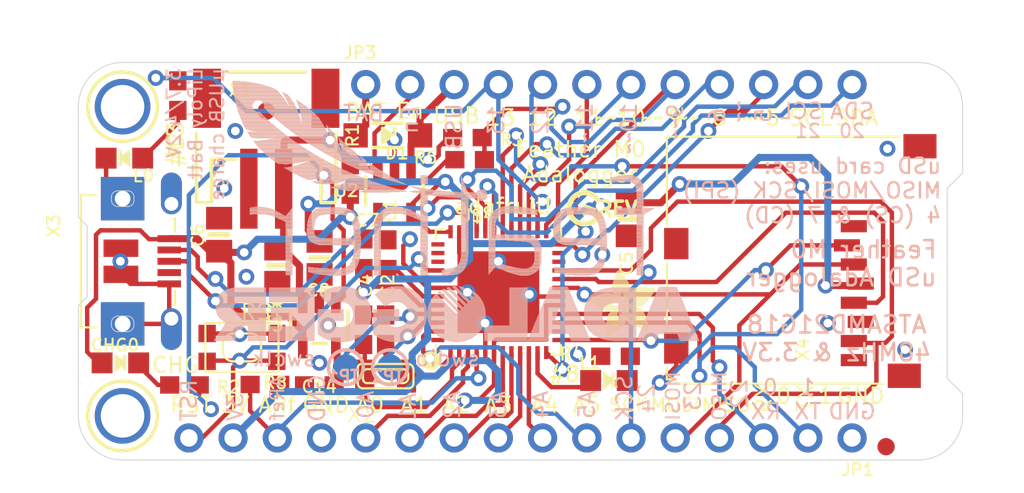
<source format=kicad_pcb>
(kicad_pcb (version 20211014) (generator pcbnew)
  (layers (0 "F.Cu" signal) (31 "B.Cu" signal) (34 "B.Paste" user) (35 "F.Paste" user) (36 "B.SilkS" user "B.Silkscreen") (37 "F.SilkS" user "F.Silkscreen") (38 "B.Mask" user) (39 "F.Mask" user) (44 "Edge.Cuts" user))
  (net 0 "")
  (net 1 "GND")
  (net 2 "MOSI")
  (net 3 "MISO")
  (net 4 "SCK")
  (net 5 "A5")
  (net 6 "A4")
  (net 7 "A3")
  (net 8 "A2")
  (net 9 "A1")
  (net 10 "D11")
  (net 11 "D12")
  (net 12 "+3V3")
  (net 13 "VBUS")
  (net 14 "VBAT")
  (net 15 "N$2")
  (net 16 "AREF")
  (net 17 "D13")
  (net 18 "A0")
  (net 19 "N$1")
  (net 20 "N$3")
  (net 21 "N$4")
  (net 22 "VDDCORE")
  (net 23 "SCL")
  (net 24 "SDA")
  (net 25 "D9")
  (net 26 "D8")
  (net 27 "D7")
  (net 28 "D6")
  (net 29 "D5")
  (net 30 "D1")
  (net 31 "D0")
  (net 32 "D10")
  (net 33 "D+")
  (net 34 "D-")
  (net 35 "~{RESET}")
  (net 36 "SWCLK")
  (net 37 "SWDIO")
  (net 38 "N$5")
  (net 39 "N$7")
  (net 40 "EN")
  (net 41 "D3")
  (net 42 "D2")
  (net 43 "SD_CS")
  (net 44 "N$6")
  (footprint "boardEagle:SOD-123" (layer "F.Cu") (at 140.8811 97.7646 180)
    (fp_text reference "D1")
    (fp_text value "MBR120")
  )
  (footprint "boardEagle:FIDUCIAL_1MM" (layer "F.Cu") (at 169.5033 115.6646 -90)
    (fp_text reference "U$35" hide)
    (fp_text value "FIDUCIAL\"\"" hide)
  )
  (footprint "boardEagle:0805-NO" (layer "F.Cu") (at 154.7241 102.5906 -90)
    (fp_text reference "C5")
    (fp_text value "10uF")
  )
  (footprint "boardEagle:MICROSD" (layer "F.Cu") (at 157.0101 111.9886 90)
    (fp_text reference "X4")
    (fp_text value "microsd")
  )
  (footprint "boardEagle:SOT23-5" (layer "F.Cu") (at 136.9441 108.6866 180)
    (fp_text reference "U3")
    (fp_text value "MCP73831T-2ACI/OT")
  )
  (footprint "boardEagle:MOUNTINGHOLE_2.5_PLATED" (layer "F.Cu") (at 125.6411 96.1136 -90)
    (fp_text reference "U$31" hide)
    (fp_text value "MOUNTINGHOLE2.5" hide)
  )
  (footprint "boardEagle:0603-NO" (layer "F.Cu") (at 153.9621 110.4646 180)
    (fp_text reference "R4")
    (fp_text value "1K")
  )
  (footprint "" (layer "F.Cu") (at 171.3611 96.1136)
    (fp_text reference "@HOLE0" hide)
    (fp_text value "")
  )
  (footprint "boardEagle:PCBFEAT-REV-040" (layer "F.Cu") (at 152.1841 101.9556)
    (fp_text reference "U$9" hide)
    (fp_text value "" hide)
  )
  (footprint "boardEagle:0603-NO" (layer "F.Cu") (at 129.1971 112.1156)
    (fp_text reference "R2")
    (fp_text value "1K")
  )
  (footprint "boardEagle:0603-NO" (layer "F.Cu") (at 139.5011 104.5716 90)
    (fp_text reference "C7")
    (fp_text value "1uF")
  )
  (footprint "boardEagle:CHIPLED_0805_NOOUTLINE" (layer "F.Cu") (at 153.5811 111.8616 -90)
    (fp_text reference "L1")
    (fp_text value "GREEN")
  )
  (footprint "boardEagle:0805-NO" (layer "F.Cu") (at 131.1891 103.4746 90)
    (fp_text reference "C6")
    (fp_text value "10µF")
  )
  (footprint "boardEagle:XTAL3215" (layer "F.Cu") (at 140.7541 111.6076)
    (fp_text reference "X2")
    (fp_text value "32.768")
  )
  (footprint "boardEagle:0603-NO" (layer "F.Cu") (at 138.7221 100.3046 90)
    (fp_text reference "R1")
    (fp_text value "100k")
  )
  (footprint "boardEagle:CHIPLED_0805_NOOUTLINE" (layer "F.Cu") (at 125.5141 110.8456 -90)
    (fp_text reference "CHG0")
    (fp_text value "ORANGE")
  )
  (footprint "boardEagle:0603-NO" (layer "F.Cu") (at 136.9441 112.1156 180)
    (fp_text reference "R8")
    (fp_text value "10K\\")
  )
  (footprint "boardEagle:1X16_ROUND" (layer "F.Cu") (at 148.5011 115.1636 180)
    (fp_text reference "JP1")
    (fp_text value "")
  )
  (footprint "boardEagle:0805-NO" (layer "F.Cu") (at 134.5311 105.2576 -90)
    (fp_text reference "C3")
    (fp_text value "10µF")
  )
  (footprint "boardEagle:KMR2" (layer "F.Cu") (at 132.4991 109.9566 180)
    (fp_text reference "SW1" hide)
    (fp_text value "SPST_TACT-KMR2" hide)
  )
  (footprint "boardEagle:0603-NO" (layer "F.Cu") (at 139.4841 108.9406 90)
    (fp_text reference "C4")
    (fp_text value "22pF")
  )
  (footprint "boardEagle:0603-NO" (layer "F.Cu") (at 140.7541 108.9406 90)
    (fp_text reference "C2")
    (fp_text value "22pF")
  )
  (footprint "boardEagle:4UCONN_20329_V2" (layer "F.Cu") (at 127.5461 105.0036 -90)
    (fp_text reference "X3")
    (fp_text value "microUSB")
    (fp_line (start -3.7 1.25) (end -3.5 1.25) (layer "Edge.Cuts") (width 0.05))
    (fp_line (start -3.15 1.6) (end -3.15 2.15) (layer "Edge.Cuts") (width 0.05))
    (fp_line (start 3.15 2.2) (end 3.15 1.6) (layer "Edge.Cuts") (width 0.05))
    (fp_line (start -3.5 2.55) (end -3.7 2.55) (layer "Edge.Cuts") (width 0.05))
    (fp_line (start -4.05 2.15) (end -4.05 1.6) (layer "Edge.Cuts") (width 0.05))
    (fp_line (start 4.05 1.6) (end 4.05 2.2) (layer "Edge.Cuts") (width 0.05))
    (fp_arc (start -4.05 1.6) (mid -3.947487 1.352513) (end -3.7 1.25) (layer "Edge.Cuts") (width 0.05))
    (fp_arc (start -3.7 2.55) (mid -3.957843 2.422487) (end -4.05 2.15) (layer "Edge.Cuts") (width 0.05))
    (fp_arc (start -3.5 1.25) (mid -3.252513 1.352513) (end -3.15 1.6) (layer "Edge.Cuts") (width 0.05))
    (fp_arc (start -3.15 2.15) (mid -3.242157 2.422487) (end -3.5 2.55) (layer "Edge.Cuts") (width 0.05))
    (fp_arc (start 4.05 2.2) (mid 3.897487 2.468198) (end 3.6 2.55) (layer "Edge.Cuts") (width 0.05))
    (fp_arc (start 3.6 2.55) (mid 3.302513 2.468198) (end 3.15 2.2) (layer "Edge.Cuts") (width 0.05))
    (fp_arc (start 3.6 1.25) (mid 3.897487 1.331802) (end 4.05 1.6) (layer "Edge.Cuts") (width 0.05))
    (fp_arc (start 3.15 1.6) (mid 3.302513 1.331802) (end 3.6 1.25) (layer "Edge.Cuts") (width 0.05))
  )
  (footprint "boardEagle:0805-NO" (layer "F.Cu") (at 136.9591 104.8096 -90)
    (fp_text reference "C8")
    (fp_text value "10µF")
  )
  (footprint "boardEagle:0603-NO" (layer "F.Cu") (at 133.8199 112.089007)
    (fp_text reference "C14")
    (fp_text value "1uF")
  )
  (footprint "boardEagle:CHIPLED_0805_NOOUTLINE" (layer "F.Cu") (at 125.7461 99.0746 90)
    (fp_text reference "L0")
    (fp_text value "RED")
  )
  (footprint "boardEagle:0603-NO" (layer "F.Cu") (at 128.8161 95.4786 -90)
    (fp_text reference "R7")
    (fp_text value "2.2K")
  )
  (footprint "" (layer "F.Cu") (at 171.3611 113.8936)
    (fp_text reference "@HOLE1" hide)
    (fp_text value "")
  )
  (footprint "boardEagle:1X12_ROUND" (layer "F.Cu") (at 153.5811 94.8436)
    (fp_text reference "JP3")
    (fp_text value "")
  )
  (footprint "boardEagle:0603-NO" (layer "F.Cu") (at 140.8811 104.6226 90)
    (fp_text reference "C1")
    (fp_text value "1uF")
  )
  (footprint "boardEagle:SOT23-5" (layer "F.Cu") (at 141.2621 100.9396 180)
    (fp_text reference "U2")
    (fp_text value "SPX3819-3.3")
  )
  (footprint "boardEagle:MOUNTINGHOLE_2.5_PLATED" (layer "F.Cu") (at 125.6411 113.8936 -90)
    (fp_text reference "U$32" hide)
    (fp_text value "MOUNTINGHOLE2.5" hide)
  )
  (footprint "boardEagle:JSTPH2" (layer "F.Cu") (at 133.8961 97.1296)
    (fp_text reference "X1")
    (fp_text value "JSTPH")
  )
  (footprint "boardEagle:TQFN48_7MM" (layer "F.Cu") (at 147.2311 106.7816)
    (fp_text reference "U$4")
    (fp_text value "ATSAMD21G18_QFN")
  )
  (footprint "boardEagle:ADAFRUIT_3.5MM" (layer "F.Cu") (at 156.2481 109.3216 90)
    (fp_text reference "U$7" hide)
    (fp_text value "" hide)
  )
  (footprint "boardEagle:FIDUCIAL_1MM" (layer "F.Cu") (at 133.8961 96.3676 -90)
    (fp_text reference "U$34" hide)
    (fp_text value "FIDUCIAL\"\"" hide)
  )
  (footprint "boardEagle:0603-NO" (layer "F.Cu") (at 145.5801 99.1616 180)
    (fp_text reference "R6")
    (fp_text value "100K")
  )
  (footprint "boardEagle:0603-NO" (layer "F.Cu") (at 145.4531 97.8916)
    (fp_text reference "R3")
    (fp_text value "100k")
  )
  (footprint "boardEagle:TESTPOINT_ROUND_1.5MM" (layer "B.Cu") (at 141.0081 111.0996 180)
    (fp_text reference "TP2")
    (fp_text value "")
  )
  (footprint "boardEagle:ADALOGGER_LOGO" (layer "B.Cu") (at 158.7881 109.7026 180)
    (fp_text reference "U$14" hide)
    (fp_text value "" hide)
  )
  (footprint "boardEagle:TESTPOINT_ROUND_1.5MM" (layer "B.Cu") (at 138.4681 111.0996 180)
    (fp_text reference "TP1")
    (fp_text value "")
  )
  (footprint "boardEagle:FEATHERLOGO" (layer "B.Cu") (at 156.2481 105.8926 180)
    (fp_text reference "U$13" hide)
    (fp_text value "" hide)
  )
  (gr_arc (start 171.3611 93.5736) (mid 173.157151 94.317549) (end 173.9011 96.1136) (layer "Edge.Cuts") (width 0.05))
  (gr_line (start 173.0121 111.7346) (end 173.0121 100.8126) (layer "Edge.Cuts") (width 0.05))
  (gr_line (start 123.1011 102.4636) (end 123.6091 102.9716) (layer "Edge.Cuts") (width 0.05))
  (gr_line (start 123.6091 107.0356) (end 123.1011 107.5436) (layer "Edge.Cuts") (width 0.05))
  (gr_line (start 173.9011 99.9236) (end 173.9011 96.1136) (layer "Edge.Cuts") (width 0.05))
  (gr_line (start 125.6411 116.4336) (end 171.3611 116.4336) (layer "Edge.Cuts") (width 0.05))
  (gr_line (start 171.3611 93.5736) (end 125.6411 93.5736) (layer "Edge.Cuts") (width 0.05))
  (gr_line (start 123.1011 96.1136) (end 123.1011 102.4636) (layer "Edge.Cuts") (width 0.05))
  (gr_line (start 123.6091 102.9716) (end 123.6091 107.0356) (layer "Edge.Cuts") (width 0.05))
  (gr_line (start 173.9011 113.8936) (end 173.9011 112.6236) (layer "Edge.Cuts") (width 0.05))
  (gr_line (start 173.0121 100.8126) (end 173.9011 99.9236) (layer "Edge.Cuts") (width 0.05))
  (gr_arc (start 123.1011 96.1136) (mid 123.845049 94.317549) (end 125.6411 93.5736) (layer "Edge.Cuts") (width 0.05))
  (gr_arc (start 173.9011 113.8936) (mid 173.157151 115.689651) (end 171.3611 116.4336) (layer "Edge.Cuts") (width 0.05))
  (gr_line (start 173.9011 112.6236) (end 173.0121 111.7346) (layer "Edge.Cuts") (width 0.05))
  (gr_arc (start 125.6411 116.4336) (mid 123.845049 115.689651) (end 123.1011 113.8936) (layer "Edge.Cuts") (width 0.05))
  (gr_line (start 123.1011 107.5436) (end 123.1011 113.8936) (layer "Edge.Cuts") (width 0.05))
  (gr_text "3.7/4.2V\nLiPoly Batt\nµUSB charge" (at 129.8321 93.8276 -270) (layer "B.SilkS") (effects (font (size 0.77343 0.77343) (thickness 0.11557)) (justify left mirror)))
  (gr_text "24" (at 155.7401 112.8776 -270) (layer "B.SilkS") (effects (font (size 0.89408 0.89408) (thickness 0.12192)) (justify mirror)))
  (gr_text "0" (at 162.8521 112.2426) (layer "B.SilkS") (effects (font (size 0.89408 0.89408) (thickness 0.12192)) (justify mirror)))
  (gr_text "Feather M0\nuSD Adalogger" (at 172.5041 105.1306) (layer "B.SilkS") (effects (font (size 0.99441 0.99441) (thickness 0.14859)) (justify left mirror)))
  (gr_text "RX" (at 162.5981 113.6396) (layer "B.SilkS") (effects (font (size 0.89408 0.89408) (thickness 0.12192)) (justify mirror)))
  (gr_text "A3" (at 147.2311 113.2586 -270) (layer "B.SilkS") (effects (font (size 0.89408 0.89408) (thickness 0.12192)) (justify mirror)))
  (gr_text "swclk" (at 134.9121 110.5916) (layer "B.SilkS") (effects (font (size 0.89408 0.89408) (thickness 0.12192)) (justify mirror)))
  (gr_text "BAT" (at 139.4841 96.4946) (layer "B.SilkS") (effects (font (size 0.89408 0.89408) (thickness 0.12192)) (justify mirror)))
  (gr_text "SDA" (at 167.5511 96.3676) (layer "B.SilkS") (effects (font (size 0.89408 0.89408) (thickness 0.12192)) (justify mirror)))
  (gr_text "6" (at 159.8041 96.6216 -270) (layer "B.SilkS") (effects (font (size 0.89408 0.89408) (thickness 0.12192)) (justify mirror)))
  (gr_text "ARef" (at 134.5311 112.8776 -270) (layer "B.SilkS") (effects (font (size 0.78232 0.78232) (thickness 0.10668)) (justify mirror)))
  (gr_text "9~~" (at 157.3911 97.0026 -270) (layer "B.SilkS") (effects (font (size 0.89408 0.89408) (thickness 0.12192)) (justify mirror)))
  (gr_text "SCK" (at 154.4701 112.8776 -270) (layer "B.SilkS") (effects (font (size 0.89408 0.89408) (thickness 0.12192)) (justify mirror)))
  (gr_text "En" (at 142.1511 96.8756 -270) (layer "B.SilkS") (effects (font (size 0.89408 0.89408) (thickness 0.12192)) (justify mirror)))
  (gr_text "ATSAMD21G18\n48MHz & 3.3V" (at 166.6621 109.4486) (layer "B.SilkS") (effects (font (size 0.99441 0.99441) (thickness 0.14859)) (justify mirror)))
  (gr_text "swdio" (at 144.3101 110.5916) (layer "B.SilkS") (effects (font (size 0.89408 0.89408) (thickness 0.12192)) (justify mirror)))
  (gr_text "5" (at 162.4711 96.6216 -270) (layer "B.SilkS") (effects (font (size 0.89408 0.89408) (thickness 0.12192)) (justify mirror)))
  (gr_text "13" (at 147.1041 96.8756 -270) (layer "B.SilkS") (effects (font (size 0.89408 0.89408) (thickness 0.12192)) (justify mirror)))
  (gr_text "A2" (at 144.5641 113.2586 -270) (layer "B.SilkS") (effects (font (size 0.89408 0.89408) (thickness 0.12192)) (justify mirror)))
  (gr_text "22" (at 161.0741 112.6236 -270) (layer "B.SilkS") (effects (font (size 0.89408 0.89408) (thickness 0.12192)) (justify mirror)))
  (gr_text "1" (at 165.0111 112.2426) (layer "B.SilkS") (effects (font (size 0.89408 0.89408) (thickness 0.12192)) (justify mirror)))
  (gr_text "TX" (at 165.0111 113.6396) (layer "B.SilkS") (effects (font (size 0.89408 0.89408) (thickness 0.12192)) (justify mirror)))
  (gr_text "3V" (at 132.1181 113.3856 -270) (layer "B.SilkS") (effects (font (size 0.89408 0.89408) (thickness 0.12192)) (justify mirror)))
  (gr_text "MISO" (at 159.9311 112.7506 -270) (layer "B.SilkS") (effects (font (size 0.78232 0.78232) (thickness 0.10668)) (justify mirror)))
  (gr_text "uSD card uses:\nMISO/MOSI/SCK (SPI)\n4 (CS) & 7 (CD)" (at 172.7581 100.9396) (layer "B.SilkS") (effects (font (size 0.88392 0.88392) (thickness 0.13208)) (justify left mirror)))
  (gr_text "10~~" (at 154.7241 97.3836 -270) (layer "B.SilkS") (effects (font (size 0.89408 0.89408) (thickness 0.12192)) (justify mirror)))
  (gr_text "11~~" (at 152.1841 97.3836 -270) (layer "B.SilkS") (effects (font (size 0.89408 0.89408) (thickness 0.12192)) (justify mirror)))
  (gr_text "~~" (at 161.0741 96.3676 -90) (layer "B.SilkS") (effects (font (size 0.89408 0.89408) (thickness 0.12192)) (justify mirror)))
  (gr_text "A0" (at 139.6111 113.2586 -270) (layer "B.SilkS") (effects (font (size 0.89408 0.89408) (thickness 0.12192)) (justify mirror)))
  (gr_text "A1" (at 142.0241 113.3856 -270) (layer "B.SilkS") (effects (font (size 0.89408 0.89408) (thickness 0.12192)) (justify mirror)))
  (gr_text "USB" (at 144.6911 97.2566 -270) (layer "B.SilkS") (effects (font (size 0.89408 0.89408) (thickness 0.12192)) (justify mirror)))
  (gr_text "RST" (at 129.4511 113.0046 -270) (layer "B.SilkS") (effects (font (size 0.89408 0.89408) (thickness 0.12192)) (justify mirror)))
  (gr_text "GND" (at 136.8171 112.8776 -270) (layer "B.SilkS") (effects (font (size 0.89408 0.89408) (thickness 0.12192)) (justify mirror)))
  (gr_text "A5" (at 152.3111 113.2586 -270) (layer "B.SilkS") (effects (font (size 0.89408 0.89408) (thickness 0.12192)) (justify mirror)))
  (gr_text "21" (at 165.0111 97.5106) (layer "B.SilkS") (effects (font (size 0.78232 0.78232) (thickness 0.10668)) (justify mirror)))
  (gr_text "20" (at 167.5511 97.5106) (layer "B.SilkS") (effects (font (size 0.78232 0.78232) (thickness 0.10668)) (justify mirror)))
  (gr_text "12" (at 149.6441 96.8756 -270) (layer "B.SilkS") (effects (font (size 0.89408 0.89408) (thickness 0.12192)) (justify mirror)))
  (gr_text "SCL" (at 164.6301 96.3676) (layer "B.SilkS") (effects (font (size 0.89408 0.89408) (thickness 0.12192)) (justify mirror)))
  (gr_text "23" (at 158.4071 112.7506 -270) (layer "B.SilkS") (effects (font (size 0.89408 0.89408) (thickness 0.12192)) (justify mirror)))
  (gr_text "A4" (at 149.6441 113.2586 -270) (layer "B.SilkS") (effects (font (size 0.89408 0.89408) (thickness 0.12192)) (justify mirror)))
  (gr_text "GND" (at 167.5511 113.6396) (layer "B.SilkS") (effects (font (size 0.89408 0.89408) (thickness 0.12192)) (justify mirror)))
  (gr_text "MOSI" (at 157.2641 112.7506 -270) (layer "B.SilkS") (effects (font (size 0.78232 0.78232) (thickness 0.10668)) (justify mirror)))
  (gr_text "GND" (at 168.0591 112.7506) (layer "F.SilkS") (effects (font (size 0.89408 0.89408) (thickness 0.12192))))
  (gr_text "~~" (at 153.4541 96.7486) (layer "F.SilkS") (effects (font (size 0.89408 0.89408) (thickness 0.12192))))
  (gr_text "A2" (at 144.8181 113.2586) (layer "F.SilkS") (effects (font (size 0.89408 0.89408) (thickness 0.12192))))
  (gr_text "En" (at 142.1511 96.3676) (layer "F.SilkS") (effects (font (size 0.89408 0.89408) (thickness 0.12192))))
  (gr_text "A3" (at 147.2311 113.2586) (layer "F.SilkS") (effects (font (size 0.89408 0.89408) (thickness 0.12192))))
  (gr_text "3V" (at 132.1181 113.2586) (layer "F.SilkS") (effects (font (size 0.89408 0.89408) (thickness 0.12192))))
  (gr_text "MISO" (at 160.3121 113.2586) (layer "F.SilkS") (effects (font (size 0.78232 0.78232) (thickness 0.10668))))
  (gr_text "9" (at 157.3911 96.7486) (layer "F.SilkS") (effects (font (size 0.89408 0.89408) (thickness 0.12192))))
  (gr_text "#13" (at 128.6891 98.2726 90) (layer "F.SilkS") (effects (font (size 0.89408 0.89408) (thickness 0.12192))))
  (gr_text "GND" (at 137.3251 113.2586) (layer "F.SilkS") (effects (font (size 0.89408 0.89408) (thickness 0.12192))))
  (gr_text "11" (at 152.4381 96.7486) (layer "F.SilkS") (effects (font (size 0.89408 0.89408) (thickness 0.12192))))
  (gr_text "RST" (at 133.6421 107.9246) (layer "F.SilkS") (effects (font (size 0.89408 0.89408) (thickness 0.12192))))
  (gr_text "USB" (at 144.8181 96.6216) (layer "F.SilkS") (effects (font (size 0.89408 0.89408) (thickness 0.12192))))
  (gr_text "1" (at 166.0271 112.7506) (layer "F.SilkS") (effects (font (size 0.89408 0.89408) (thickness 0.12192))))
  (gr_text "~~" (at 158.1531 96.7486) (layer "F.SilkS") (effects (font (size 0.89408 0.89408) (thickness 0.12192))))
  (gr_text "6" (at 159.9311 96.7486) (layer "F.SilkS") (effects (font (size 0.89408 0.89408) (thickness 0.12192))))
  (gr_text "TX" (at 164.8841 112.8776 90) (layer "F.SilkS") (effects (font (size 0.89408 0.89408) (thickness 0.12192))))
  (gr_text "0" (at 163.6141 112.7506) (layer "F.SilkS") (effects (font (size 0.89408 0.89408) (thickness 0.12192))))
  (gr_text "A1" (at 142.4051 113.2586) (layer "F.SilkS") (effects (font (size 0.89408 0.89408) (thickness 0.12192))))
  (gr_text "13" (at 147.3581 96.7486) (layer "F.SilkS") (effects (font (size 0.89408 0.89408) (thickness 0.12192))))
  (gr_text "Feather M0\nAdalogger" (at 151.9301 99.2886) (layer "F.SilkS") (effects (font (size 0.89408 0.89408) (thickness 0.12192))))
  (gr_text "MOSI" (at 157.3911 113.2586) (layer "F.SilkS") (effects (font (size 0.78232 0.78232) (thickness 0.10668))))
  (gr_text "ARf" (at 134.5311 113.2586) (layer "F.SilkS") (effects (font (size 0.89408 0.89408) (thickness 0.12192))))
  (gr_text "adafruit!" (at 147.4851 101.8286) (layer "F.SilkS") (effects (font (size 0.88392 0.88392) (thickness 0.13208))))
  (gr_text "BAT" (at 139.6111 96.3676) (layer "F.SilkS") (effects (font (size 0.89408 0.89408) (thickness 0.12192))))
  (gr_text "RX" (at 162.4711 112.8776 90) (layer "F.SilkS") (effects (font (size 0.89408 0.89408) (thickness 0.12192))))
  (gr_text "SCL" (at 165.1381 96.7486) (layer "F.SilkS") (effects (font (size 0.89408 0.89408) (thickness 0.12192))))
  (gr_text "A0" (at 139.8651 113.2586) (layer "F.SilkS") (effects (font (size 0.89408 0.89408) (thickness 0.12192))))
  (gr_text "10" (at 154.8511 96.7486) (layer "F.SilkS") (effects (font (size 0.89408 0.89408) (thickness 0.12192))))
  (gr_text "~~" (at 156.1211 96.7486) (layer "F.SilkS") (effects (font (size 0.89408 0.89408) (thickness 0.12192))))
  (gr_text "RST" (at 129.5781 113.2586) (layer "F.SilkS") (effects (font (size 0.89408 0.89408) (thickness 0.12192))))
  (gr_text "A5" (at 152.3111 113.2586) (layer "F.SilkS") (effects (font (size 0.89408 0.89408) (thickness 0.12192))))
  (gr_text "SCK" (at 154.7241 113.2586) (layer "F.SilkS") (effects (font (size 0.78232 0.78232) (thickness 0.10668))))
  (gr_text "A4" (at 149.8981 113.2586) (layer "F.SilkS") (effects (font (size 0.89408 0.89408) (thickness 0.12192))))
  (gr_text "SDA" (at 167.8051 96.7486) (layer "F.SilkS") (effects (font (size 0.89408 0.89408) (thickness 0.12192))))
  (gr_text "12" (at 149.7711 96.7486) (layer "F.SilkS") (effects (font (size 0.89408 0.89408) (thickness 0.12192))))
  (gr_text "~~5" (at 162.3441 96.7486) (layer "F.SilkS") (effects (font (size 0.89408 0.89408) (thickness 0.12192))))
  (gr_text "CHG" (at 128.6891 110.9726) (layer "F.SilkS") (effects (font (size 0.89408 0.89408) (thickness 0.12192))))
  (gr_text "#8" (at 151.0411 111.4806) (layer "F.SilkS") (effects (font (size 0.88392 0.88392) (thickness 0.13208))))
  (segment (start 143.7561 106.5316) (end 143.1711 106.5316) (width 0.254) (layer "F.Cu") (net 1))
  (segment (start 128.3211 106.3036) (end 126.0961 106.3036) (width 0.254) (layer "F.Cu") (net 1))
  (segment (start 128.3211 108.1786) (end 128.4461 108.3036) (width 0.254) (layer "F.Cu") (net 1))
  (segment (start 134.4991 109.1566) (end 134.6201 109.1566) (width 0.254) (layer "F.Cu") (net 1))
  (segment (start 144.5641 99.1616) (end 144.7301 99.1616) (width 0.254) (layer "F.Cu") (net 1))
  (segment (start 144.9811 104.5316) (end 147.2311 106.7816) (width 0.254) (layer "F.Cu") (net 1))
  (segment (start 126.0961 106.3036) (end 125.5461 105.7536) (width 0.254) (layer "F.Cu") (net 1))
  (segment (start 128.3211 106.3036) (end 128.3211 108.1786) (width 0.254) (layer "F.Cu") (net 1))
  (segment (start 143.1711 106.5316) (end 141.7701 105.1306) (width 0.254) (layer "F.Cu") (net 1))
  (segment (start 147.4811 107.0316) (end 147.2311 106.7816) (width 0.254) (layer "F.Cu") (net 1))
  (segment (start 144.9811 103.3066) (end 144.9811 104.5316) (width 0.254) (layer "F.Cu") (net 1))
  (segment (start 125.6461 108.6036) (end 128.1461 108.6036) (width 0.254) (layer "F.Cu") (net 1))
  (segment (start 146.4811 107.5316) (end 147.2311 106.7816) (width 0.254) (layer "F.Cu") (net 1))
  (segment (start 141.7701 104.1146) (end 142.1511 103.7336) (width 0.254) (layer "F.Cu") (net 1))
  (segment (start 146.4691 107.5436) (end 146.4691 108.5596) (width 0.254) (layer "F.Cu") (net 1))
  (segment (start 150.7061 107.0316) (end 147.4811 107.0316) (width 0.254) (layer "F.Cu") (net 1))
  (segment (start 141.2621 99.6395) (end 141.2621 98.3996) (width 0.254) (layer "F.Cu") (net 1))
  (segment (start 124.6961 101.4036) (end 125.6461 101.4036) (width 0.254) (layer "F.Cu") (net 1))
  (segment (start 146.4811 110.2566) (end 146.4811 107.5316) (width 0.254) (layer "F.Cu") (net 1))
  (segment (start 141.7701 105.1306) (end 141.7701 104.1146) (width 0.254) (layer "F.Cu") (net 1))
  (segment (start 146.9811 106.5316) (end 147.2311 106.7816) (width 0.254) (layer "F.Cu") (net 1))
  (segment (start 140.7541 108.0906) (end 139.4841 108.0906) (width 0.254) (layer "F.Cu") (net 1))
  (segment (start 130.4991 109.1566) (end 134.4991 109.1566) (width 0.254) (layer "F.Cu") (net 1))
  (segment (start 124.6961 99.0746) (end 124.6961 101.4036) (width 0.254) (layer "F.Cu") (net 1))
  (segment (start 144.4371 99.0346) (end 143.1671 100.3046) (width 0.254) (layer "F.Cu") (net 1))
  (segment (start 146.4811 107.5316) (end 146.4691 107.5436) (width 0.254) (layer "F.Cu") (net 1))
  (segment (start 137.0711 105.7596) (end 136.9591 105.7596) (width 0.254) (layer "F.Cu") (net 1))
  (segment (start 143.7561 106.5316) (end 146.9811 106.5316) (width 0.254) (layer "F.Cu") (net 1))
  (segment (start 128.1461 108.6036) (end 128.4461 108.3036) (width 0.254) (layer "F.Cu") (net 1))
  (segment (start 143.1671 100.3046) (end 143.0401 100.3046) (width 0.254) (layer "F.Cu") (net 1))
  (segment (start 144.4371 99.0346) (end 144.5641 99.1616) (width 0.254) (layer "F.Cu") (net 1))
  (via (at 141.2621 98.0186) (size 0.9064) (drill 0.5) (layers "F.Cu" "B.Cu") (net 1))
  (via (at 166.1541 108.5596) (size 0.9064) (drill 0.5) (layers "F.Cu" "B.Cu") (net 1))
  (via (at 131.4831 100.8126) (size 0.9064) (drill 0.5) (layers "F.Cu" "B.Cu") (net 1))
  (via (at 153.2001 104.6226) (size 0.9064) (drill 0.5) (layers "F.Cu" "B.Cu") (net 1))
  (via (at 136.9441 110.8456) (size 0.9064) (drill 0.5) (layers "F.Cu" "B.Cu") (net 1))
  (via (at 169.5831 98.5266) (size 0.9064) (drill 0.5) (layers "F.Cu" "B.Cu") (net 1))
  (via (at 170.5991 110.0836) (size 0.9064) (drill 0.5) (layers "F.Cu" "B.Cu") (net 1))
  (via (at 132.1181 97.5106) (size 0.9064) (drill 0.5) (layers "F.Cu" "B.Cu") (net 1))
  (via (at 125.5141 105.0036) (size 0.9064) (drill 0.5) (layers "F.Cu" "B.Cu") (net 1))
  (via (at 132.7531 105.8926) (size 0.9064) (drill 0.5) (layers "F.Cu" "B.Cu") (net 1))
  (via (at 142.1511 103.7336) (size 0.9064) (drill 0.5) (layers "F.Cu" "B.Cu") (net 1))
  (via (at 132.3721 109.1946) (size 0.9064) (drill 0.5) (layers "F.Cu" "B.Cu") (net 1))
  (via (at 149.0091 106.9086) (size 0.9064) (drill 0.5) (layers "F.Cu" "B.Cu") (net 1))
  (via (at 147.2311 105.0036) (size 0.9064) (drill 0.5) (layers "F.Cu" "B.Cu") (net 1))
  (via (at 137.4521 108.6866) (size 0.9064) (drill 0.5) (layers "F.Cu" "B.Cu") (net 1))
  (via (at 146.4691 108.5596) (size 0.9064) (drill 0.5) (layers "F.Cu" "B.Cu") (net 1))
  (via (at 145.4531 106.7816) (size 0.9064) (drill 0.5) (layers "F.Cu" "B.Cu") (net 1))
  (via (at 151.8031 110.3376) (size 0.9064) (drill 0.5) (layers "F.Cu" "B.Cu") (net 1))
  (segment (start 151.8031 110.3376) (end 151.6761 110.4646) (width 0.254) (layer "B.Cu") (net 1))
  (segment (start 151.8071 106.5316) (end 152.1841 106.9086) (width 0.254) (layer "F.Cu") (net 2))
  (segment (start 157.8991 115.1636) (end 161.0741 111.9886) (width 0.254) (layer "F.Cu") (net 2))
  (segment (start 157.3911 115.1636) (end 157.8991 115.1636) (width 0.254) (layer "F.Cu") (net 2))
  (segment (start 164.5721 105.1886) (end 167.6501 105.1886) (width 0.254) (layer "F.Cu") (net 2))
  (segment (start 150.7061 106.5316) (end 151.8071 106.5316) (width 0.254) (layer "F.Cu") (net 2))
  (segment (start 162.8521 106.9086) (end 164.5721 105.1886) (width 0.254) (layer "F.Cu") (net 2))
  (segment (start 161.0741 111.9886) (end 161.0741 108.6866) (width 0.254) (layer "F.Cu") (net 2))
  (segment (start 161.0741 108.6866) (end 162.8521 106.9086) (width 0.254) (layer "F.Cu") (net 2))
  (segment (start 152.1841 106.9086) (end 162.8521 106.9086) (width 0.254) (layer "F.Cu") (net 2))
  (via (at 152.1841 106.9086) (size 0.9064) (drill 0.5) (layers "F.Cu" "B.Cu") (net 2))
  (segment (start 169.8371 109.3216) (end 169.4561 109.7026) (width 0.254) (layer "F.Cu") (net 3))
  (segment (start 168.9481 111.9886) (end 168.9481 109.7026) (width 0.254) (layer "F.Cu") (net 3))
  (segment (start 168.3131 112.6236) (end 168.9481 111.9886) (width 0.254) (layer "F.Cu") (net 3))
  (segment (start 169.8371 102.2096) (end 169.8371 109.3216) (width 0.254) (layer "F.Cu") (net 3))
  (segment (start 157.5181 101.5746) (end 169.2021 101.5746) (width 0.254) (layer "F.Cu") (net 3))
  (segment (start 161.8361 112.6236) (end 168.3131 112.6236) (width 0.254) (layer "F.Cu") (net 3))
  (segment (start 155.9941 104.3686) (end 155.9941 103.0986) (width 0.254) (layer "F.Cu") (net 3))
  (segment (start 169.2021 101.5746) (end 169.8371 102.2096) (width 0.254) (layer "F.Cu") (net 3))
  (segment (start 150.7061 105.5316) (end 154.8311 105.5316) (width 0.254) (layer "F.Cu") (net 3))
  (segment (start 159.9311 114.5286) (end 161.8361 112.6236) (width 0.254) (layer "F.Cu") (net 3))
  (segment (start 155.9941 103.0986) (end 157.5181 101.5746) (width 0.254) (layer "F.Cu") (net 3))
  (segment (start 168.9481 109.7026) (end 167.7641 109.7026) (width 0.254) (layer "F.Cu") (net 3))
  (segment (start 167.7641 109.7026) (end 167.6501 109.5886) (width 0.254) (layer "F.Cu") (net 3))
  (segment (start 169.4561 109.7026) (end 168.9481 109.7026) (width 0.254) (layer "F.Cu") (net 3))
  (segment (start 159.9311 115.1636) (end 159.9311 114.5286) (width 0.254) (layer "F.Cu") (net 3))
  (segment (start 154.8311 105.5316) (end 155.9941 104.3686) (width 0.254) (layer "F.Cu") (net 3))
  (segment (start 169.3291 102.7176) (end 169.3291 107.0356) (width 0.254) (layer "F.Cu") (net 4))
  (segment (start 152.9969 106.1974) (end 155.9941 106.1974) (width 0.254) (layer "F.Cu") (net 4))
  (segment (start 159.7533 106.1974) (end 163.7411 102.2096) (width 0.254) (layer "F.Cu") (net 4))
  (segment (start 152.8191 106.0196) (end 150.7181 106.0196) (width 0.254) (layer "F.Cu") (net 4))
  (segment (start 163.7411 102.2096) (end 168.8211 102.2096) (width 0.254) (layer "F.Cu") (net 4))
  (segment (start 155.8671 106.0704) (end 155.9941 106.1974) (width 0.254) (layer "F.Cu") (net 4))
  (segment (start 155.9941 106.1974) (end 159.7533 106.1974) (width 0.254) (layer "F.Cu") (net 4))
  (segment (start 152.9969 106.1974) (end 152.8191 106.0196) (width 0.254) (layer "F.Cu") (net 4))
  (segment (start 168.9761 107.3886) (end 167.6501 107.3886) (width 0.254) (layer "F.Cu") (net 4))
  (segment (start 155.8671 105.6386) (end 155.8671 106.0704) (width 0.254) (layer "F.Cu") (net 4))
  (segment (start 169.3291 107.0356) (end 168.9761 107.3886) (width 0.254) (layer "F.Cu") (net 4))
  (segment (start 168.8211 102.2096) (end 169.3291 102.7176) (width 0.254) (layer "F.Cu") (net 4))
  (segment (start 150.7181 106.0196) (end 150.7061 106.0316) (width 0.254) (layer "F.Cu") (net 4))
  (via (at 155.8671 105.6386) (size 0.9064) (drill 0.5) (layers "F.Cu" "B.Cu") (net 4))
  (segment (start 154.8511 115.1636) (end 154.8511 106.6546) (width 0.254) (layer "B.Cu") (net 4))
  (segment (start 154.8511 106.6546) (end 155.8671 105.6386) (width 0.254) (layer "B.Cu") (net 4))
  (segment (start 142.9131 109.3216) (end 142.9131 110.2106) (width 0.254) (layer "F.Cu") (net 5))
  (segment (start 143.7561 109.0316) (end 143.2031 109.0316) (width 0.254) (layer "F.Cu") (net 5))
  (segment (start 143.2031 109.0316) (end 142.9131 109.3216) (width 0.254) (layer "F.Cu") (net 5))
  (segment (start 142.9131 110.2106) (end 143.2941 110.5916) (width 0.254) (layer "F.Cu") (net 5))
  (via (at 143.2941 110.5916) (size 0.9064) (drill 0.5) (layers "F.Cu" "B.Cu") (net 5))
  (segment (start 148.3741 112.6236) (end 149.5171 113.7666) (width 0.254) (layer "B.Cu") (net 5))
  (segment (start 149.5171 113.7666) (end 150.5331 113.7666) (width 0.254) (layer "B.Cu") (net 5))
  (segment (start 150.5331 113.7666) (end 151.9301 115.1636) (width 0.254) (layer "B.Cu") (net 5))
  (segment (start 147.2311 109.9566) (end 148.3741 111.0996) (width 0.254) (layer "B.Cu") (net 5))
  (segment (start 148.3741 111.0996) (end 148.3741 112.6236) (width 0.254) (layer "B.Cu") (net 5))
  (segment (start 143.9291 109.9566) (end 147.2311 109.9566) (width 0.254) (layer "B.Cu") (net 5))
  (segment (start 151.9301 115.1636) (end 152.3111 115.1636) (width 0.254) (layer "B.Cu") (net 5))
  (segment (start 143.2941 110.5916) (end 143.9291 109.9566) (width 0.254) (layer "B.Cu") (net 5))
  (segment (start 148.9811 114.3736) (end 149.7711 115.1636) (width 0.254) (layer "F.Cu") (net 6))
  (segment (start 148.9811 110.2566) (end 148.9811 114.3736) (width 0.254) (layer "F.Cu") (net 6))
  (segment (start 148.4811 113.9136) (end 147.2311 115.1636) (width 0.254) (layer "F.Cu") (net 7))
  (segment (start 148.4811 110.2566) (end 148.4811 113.9136) (width 0.254) (layer "F.Cu") (net 7))
  (segment (start 145.4531 115.1636) (end 144.6911 115.1636) (width 0.254) (layer "F.Cu") (net 8))
  (segment (start 147.7391 113.8936) (end 146.7231 113.8936) (width 0.254) (layer "F.Cu") (net 8))
  (segment (start 146.7231 113.8936) (end 145.4531 115.1636) (width 0.254) (layer "F.Cu") (net 8))
  (segment (start 147.9811 110.2566) (end 147.9811 113.6516) (width 0.254) (layer "F.Cu") (net 8))
  (segment (start 144.9451 115.1636) (end 144.6911 115.1636) (width 0.254) (layer "F.Cu") (net 8))
  (segment (start 147.9811 113.6516) (end 147.7391 113.8936) (width 0.254) (layer "F.Cu") (net 8))
  (segment (start 144.1831 113.8936) (end 142.9131 115.1636) (width 0.254) (layer "F.Cu") (net 9))
  (segment (start 145.9611 113.8936) (end 144.1831 113.8936) (width 0.254) (layer "F.Cu") (net 9))
  (segment (start 146.5961 113.2586) (end 145.9611 113.8936) (width 0.254) (layer "F.Cu") (net 9))
  (segment (start 147.4811 112.1196) (end 147.4851 112.1236) (width 0.254) (layer "F.Cu") (net 9))
  (segment (start 147.4811 110.2566) (end 147.4811 112.1196) (width 0.254) (layer "F.Cu") (net 9))
  (segment (start 147.4851 112.1236) (end 147.4851 113.2586) (width 0.254) (layer "F.Cu") (net 9))
  (segment (start 142.9131 115.1636) (end 142.1511 115.1636) (width 0.254) (layer "F.Cu") (net 9))
  (segment (start 147.4851 113.2586) (end 146.5961 113.2586) (width 0.254) (layer "F.Cu") (net 9))
  (segment (start 150.6601 102.2096) (end 150.6601 100.5586) (width 0.254) (layer "F.Cu") (net 10))
  (segment (start 149.9811 102.8886) (end 150.6601 102.2096) (width 0.254) (layer "F.Cu") (net 10))
  (segment (start 150.6601 100.5586) (end 152.3111 98.9076) (width 0.254) (layer "F.Cu") (net 10))
  (segment (start 149.9811 103.3066) (end 149.9811 102.8886) (width 0.254) (layer "F.Cu") (net 10))
  (segment (start 152.3111 98.9076) (end 152.3111 94.8436) (width 0.254) (layer "F.Cu") (net 10))
  (segment (start 149.6441 99.5026) (end 149.6441 99.4156) (width 0.254) (layer "F.Cu") (net 11))
  (segment (start 148.4811 100.6656) (end 149.6441 99.5026) (width 0.254) (layer "F.Cu") (net 11))
  (segment (start 148.4811 103.3066) (end 148.4811 100.6656) (width 0.254) (layer "F.Cu") (net 11))
  (via (at 149.6441 99.4156) (size 0.9064) (drill 0.5) (layers "F.Cu" "B.Cu") (net 11))
  (segment (start 149.1361 98.9076) (end 149.1361 95.4786) (width 0.254) (layer "B.Cu") (net 11))
  (segment (start 149.1361 95.4786) (end 149.7711 94.8436) (width 0.254) (layer "B.Cu") (net 11))
  (segment (start 149.6441 99.4156) (end 149.1361 98.9076) (width 0.254) (layer "B.Cu") (net 11))
  (segment (start 139.5011 106.3985) (end 139.5011 105.4216) (width 0.254) (layer "F.Cu") (net 12))
  (segment (start 136.3091 103.2096) (end 136.9591 103.8596) (width 0.4064) (layer "F.Cu") (net 12))
  (segment (start 143.9291 100.4316) (end 144.1831 100.4316) (width 0.254) (layer "F.Cu") (net 12))
  (segment (start 139.5011 105.9296) (end 139.5011 105.4216) (width 0.254) (layer "F.Cu") (net 12))
  (segment (start 146.9811 110.2566) (end 146.9811 112.1116) (width 0.254) (layer "F.Cu") (net 12))
  (segment (start 149.9743 109.4994) (end 147.1041 109.4994) (width 0.254) (layer "F.Cu") (net 12))
  (segment (start 139.4841 105.9466) (end 139.5011 105.9296) (width 0.254) (layer "F.Cu") (net 12))
  (segment (start 153.0731 101.8286) (end 154.5971 101.8286) (width 0.4064) (layer "F.Cu") (net 12))
  (segment (start 157.6451 100.5586) (end 156.5631 101.6406) (width 0.4064) (layer "F.Cu") (net 12))
  (segment (start 143.2941 101.0666) (end 143.9291 100.4316) (width 0.254) (layer "F.Cu") (net 12))
  (segment (start 146.0881 113.0046) (end 145.3261 113.0046) (width 0.254) (layer "F.Cu") (net 12))
  (segment (start 142.2121 102.2397) (end 142.2121 101.7676) (width 0.254) (layer "F.Cu") (net 12))
  (segment (start 154.5971 101.8286) (end 154.7241 101.7016) (width 0.4064) (layer "F.Cu") (net 12))
  (segment (start 154.7241 101.7016) (end 154.7241 101.6406) (width 0.4064) (layer "F.Cu") (net 12))
  (segment (start 150.7061 107.5316) (end 149.9743 107.5316) (width 0.254) (layer "F.Cu") (net 12))
  (segment (start 142.9131 101.0666) (end 143.2941 101.0666) (width 0.254) (layer "F.Cu") (net 12))
  (segment (start 146.9811 110.2566) (end 146.9811 109.6224) (width 0.254) (layer "F.Cu") (net 12))
  (segment (start 136.3091 101.7016) (end 136.3091 103.2096) (width 0.4064) (layer "F.Cu") (net 12))
  (segment (start 149.9743 107.5316) (end 149.9743 109.4994) (width 0.254) (layer "F.Cu") (net 12))
  (segment (start 139.4841 105.9466) (end 139.4841 106.7816) (width 0.4064) (layer "F.Cu") (net 12))
  (segment (start 141.661 106.4641) (end 139.6746 106.4641) (width 0.254) (layer "F.Cu") (net 12))
  (segment (start 142.7285 107.5316) (end 141.661 106.4641) (width 0.254) (layer "F.Cu") (net 12))
  (segment (start 144.4811 103.3066) (end 143.279 103.3066) (width 0.254) (layer "F.Cu") (net 12))
  (segment (start 156.5631 101.6406) (end 154.7241 101.6406) (width 0.4064) (layer "F.Cu") (net 12))
  (segment (start 167.9381 106.4006) (end 166.0271 106.4006) (width 0.4064) (layer "F.Cu") (net 12))
  (segment (start 168.0501 106.2886) (end 167.9381 106.4006) (width 0.4064) (layer "F.Cu") (net 12))
  (segment (start 143.279 103.3066) (end 142.2121 102.2397) (width 0.254) (layer "F.Cu") (net 12))
  (segment (start 142.2121 101.7676) (end 142.9131 101.0666) (width 0.254) (layer "F.Cu") (net 12))
  (segment (start 139.5011 106.2906) (end 139.5011 105.4216) (width 0.254) (layer "F.Cu") (net 12))
  (segment (start 139.6746 106.4641) (end 139.5011 106.2906) (width 0.254) (layer "F.Cu") (net 12))
  (segment (start 143.7561 107.5316) (end 142.7285 107.5316) (width 0.254) (layer "F.Cu") (net 12))
  (segment (start 146.9811 109.6224) (end 147.1041 109.4994) (width 0.254) (layer "F.Cu") (net 12))
  (segment (start 146.9811 112.1116) (end 146.0881 113.0046) (width 0.254) (layer "F.Cu") (net 12))
  (via (at 145.3261 113.0046) (size 0.9064) (drill 0.5) (layers "F.Cu" "B.Cu") (net 12))
  (via (at 144.1831 100.4316) (size 0.9064) (drill 0.5) (layers "F.Cu" "B.Cu") (net 12))
  (via (at 157.6451 100.5586) (size 0.9064) (drill 0.5) (layers "F.Cu" "B.Cu") (net 12))
  (via (at 153.0731 101.8286) (size 0.9064) (drill 0.5) (layers "F.Cu" "B.Cu") (net 12))
  (via (at 139.4841 106.7816) (size 0.9064) (drill 0.5) (layers "F.Cu" "B.Cu") (net 12))
  (via (at 166.0271 106.4006) (size 0.9064) (drill 0.5) (layers "F.Cu" "B.Cu") (net 12))
  (via (at 136.3091 101.7016) (size 0.9064) (drill 0.5) (layers "F.Cu" "B.Cu") (net 12))
  (segment (start 143.1671 106.0196) (end 140.3731 106.0196) (width 0.4064) (layer "B.Cu") (net 12))
  (segment (start 139.4841 106.9086) (end 139.4841 106.7816) (width 0.4064) (layer "B.Cu") (net 12))
  (segment (start 142.7861 111.4806) (end 142.9131 111.6076) (width 0.4064) (layer "B.Cu") (net 12))
  (segment (start 144.3101 100.4316) (end 145.5801 101.7016) (width 0.4064) (layer "B.Cu") (net 12))
  (segment (start 142.2781 110.9726) (end 142.7861 111.4806) (width 0.4064) (layer "B.Cu") (net 12))
  (segment (start 147.2311 112.6236) (end 146.8501 113.0046) (width 0.4064) (layer "B.Cu") (net 12))
  (segment (start 166.1541 100.0506) (end 165.1381 99.0346) (width 0.4064) (layer "B.Cu") (net 12))
  (segment (start 145.5801 101.7016) (end 145.5801 103.8606) (width 0.4064) (layer "B.Cu") (net 12))
  (segment (start 146.6001 110.7186) (end 147.2311 111.3496) (width 0.4064) (layer "B.Cu") (net 12))
  (segment (start 134.6581 112.4966) (end 141.8971 112.4966) (width 0.4064) (layer "B.Cu") (net 12))
  (segment (start 141.8971 112.4966) (end 142.7861 111.6076) (width 0.4064) (layer "B.Cu") (net 12))
  (segment (start 166.1541 106.2736) (end 166.1541 100.0506) (width 0.4064) (layer "B.Cu") (net 12))
  (segment (start 142.9131 111.6076) (end 143.6751 111.6076) (width 0.4064) (layer "B.Cu") (net 12))
  (segment (start 144.5641 110.7186) (end 146.6001 110.7186) (width 0.4064) (layer "B.Cu") (net 12))
  (segment (start 140.3731 106.0196) (end 139.4841 106.9086) (width 0.4064) (layer "B.Cu") (net 12))
  (segment (start 143.1671 109.4486) (end 142.2781 110.3376) (width 0.4064) (layer "B.Cu") (net 12))
  (segment (start 131.9911 115.1636) (end 134.6581 112.4966) (width 0.4064) (layer "B.Cu") (net 12))
  (segment (start 138.7221 100.4316) (end 144.1831 100.4316) (width 0.4064) (layer "B.Cu") (net 12))
  (segment (start 142.7861 111.6076) (end 142.7861 111.4806) (width 0.4064) (layer "B.Cu") (net 12))
  (segment (start 160.6931 100.5586) (end 157.6451 100.5586) (width 0.4064) (layer "B.Cu") (net 12))
  (segment (start 144.4371 106.0196) (end 143.1671 106.0196) (width 0.4064) (layer "B.Cu") (net 12))
  (segment (start 166.0271 106.4006) (end 166.1541 106.2736) (width 0.4064) (layer "B.Cu") (net 12))
  (segment (start 147.2311 111.3496) (end 147.2311 112.6236) (width 0.4064) (layer "B.Cu") (net 12))
  (segment (start 145.5801 103.8606) (end 145.7071 103.9876) (width 0.4064) (layer "B.Cu") (net 12))
  (segment (start 162.2171 99.0346) (end 160.6931 100.5586) (width 0.4064) (layer "B.Cu") (net 12))
  (segment (start 143.1671 106.0196) (end 143.1671 109.4486) (width 0.4064) (layer "B.Cu") (net 12))
  (segment (start 143.6751 111.6076) (end 144.5641 110.7186) (width 0.4064) (layer "B.Cu") (net 12))
  (segment (start 144.3101 100.4316) (end 144.1831 100.4316) (width 0.254) (layer "B.Cu") (net 12))
  (segment (start 145.5801 103.8606) (end 145.5801 104.8766) (width 0.4064) (layer "B.Cu") (net 12))
  (segment (start 137.4521 101.7016) (end 138.7221 100.4316) (width 0.4064) (layer "B.Cu") (net 12))
  (segment (start 146.8501 113.0046) (end 145.3261 113.0046) (width 0.4064) (layer "B.Cu") (net 12))
  (segment (start 152.4381 101.8286) (end 153.0731 101.8286) (width 0.4064) (layer "B.Cu") (net 12))
  (segment (start 145.5801 104.8766) (end 144.4371 106.0196) (width 0.4064) (layer "B.Cu") (net 12))
  (segment (start 165.1381 99.0346) (end 162.2171 99.0346) (width 0.4064) (layer "B.Cu") (net 12))
  (segment (start 150.2791 103.9876) (end 152.4381 101.8286) (width 0.4064) (layer "B.Cu") (net 12))
  (segment (start 142.2781 110.3376) (end 142.2781 110.9726) (width 0.4064) (layer "B.Cu") (net 12))
  (segment (start 145.7071 103.9876) (end 150.2791 103.9876) (width 0.4064) (layer "B.Cu") (net 12))
  (segment (start 137.4521 101.7016) (end 136.3091 101.7016) (width 0.4064) (layer "B.Cu") (net 12))
  (segment (start 127.1651 103.7336) (end 128.2911 103.7336) (width 0.254) (layer "F.Cu") (net 13))
  (segment (start 142.7311 96.8036) (end 144.6911 94.8436) (width 0.4064) (layer "F.Cu") (net 13))
  (segment (start 135.9941 109.0066) (end 135.9941 109.9867) (width 0.4064) (layer "F.Cu") (net 13))
  (segment (start 128.3211 103.7036) (end 129.9291 103.7036) (width 0.4064) (layer "F.Cu") (net 13))
  (segment (start 128.2911 103.7336) (end 128.3211 103.7036) (width 0.254) (layer "F.Cu") (net 13))
  (segment (start 124.3711 103.2256) (end 126.6571 103.2256) (width 0.254) (layer "F.Cu") (net 13))
  (segment (start 142.2121 100.2436) (end 142.2121 99.6395) (width 0.4064) (layer "F.Cu") (net 13))
  (segment (start 124.4641 110.8456) (end 124.2441 110.8456) (width 0.254) (layer "F.Cu") (net 13))
  (segment (start 131.8641 107.4166) (end 131.8641 105.0996) (width 0.4064) (layer "F.Cu") (net 13))
  (segment (start 142.7311 97.7646) (end 142.2121 98.2836) (width 0.4064) (layer "F.Cu") (net 13))
  (segment (start 131.8641 105.0996) (end 131.1891 104.4246) (width 0.4064) (layer "F.Cu") (net 13))
  (segment (start 139.1911 100.6856) (end 141.7701 100.6856) (width 0.4064) (layer "F.Cu") (net 13))
  (segment (start 130.6501 104.4246) (end 131.1891 104.4246) (width 0.254) (layer "F.Cu") (net 13))
  (segment (start 124.1171 107.1626) (end 124.1171 103.4796) (width 0.254) (layer "F.Cu") (net 13))
  (segment (start 142.7311 97.7646) (end 142.7311 96.8036) (width 0.4064) (layer "F.Cu") (net 13))
  (segment (start 135.1661 108.1786) (end 135.9941 109.0066) (width 0.4064) (layer "F.Cu") (net 13))
  (segment (start 123.6091 110.2106) (end 123.6091 107.6706) (width 0.254) (layer "F.Cu") (net 13))
  (segment (start 124.2441 110.8456) (end 123.6091 110.2106) (width 0.254) (layer "F.Cu") (net 13))
  (segment (start 124.1171 103.4796) (end 124.3711 103.2256) (width 0.254) (layer "F.Cu") (net 13))
  (segment (start 138.7221 101.1546) (end 138.7221 102.4636) (width 0.4064) (layer "F.Cu") (net 13))
  (segment (start 129.9291 103.7036) (end 130.6501 104.4246) (width 0.4064) (layer "F.Cu") (net 13))
  (segment (start 131.1891 104.4246) (end 131.2601 104.4956) (width 0.254) (layer "F.Cu") (net 13))
  (segment (start 126.6571 103.2256) (end 127.1651 103.7336) (width 0.254) (layer "F.Cu") (net 13))
  (segment (start 142.2121 98.2836) (end 142.2121 99.6395) (width 0.4064) (layer "F.Cu") (net 13))
  (segment (start 123.6091 107.6706) (end 124.1171 107.1626) (width 0.254) (layer "F.Cu") (net 13))
  (segment (start 141.7701 100.6856) (end 142.2121 100.2436) (width 0.4064) (layer "F.Cu") (net 13))
  (segment (start 132.6261 108.1786) (end 135.1661 108.1786) (width 0.4064) (layer "F.Cu") (net 13))
  (segment (start 131.2601 104.4956) (end 132.6261 104.4956) (width 0.4064) (layer "F.Cu") (net 13))
  (segment (start 131.8641 107.4166) (end 132.6261 108.1786) (width 0.4064) (layer "F.Cu") (net 13))
  (segment (start 138.7221 101.1546) (end 139.1911 100.6856) (width 0.4064) (layer "F.Cu") (net 13))
  (via (at 138.7221 102.4636) (size 0.9064) (drill 0.5) (layers "F.Cu" "B.Cu") (net 13))
  (via (at 132.6261 104.4956) (size 0.9064) (drill 0.5) (layers "F.Cu" "B.Cu") (net 13))
  (segment (start 138.2141 102.4636) (end 138.7221 102.4636) (width 0.4064) (layer "B.Cu") (net 13))
  (segment (start 136.9441 103.7336) (end 138.2141 102.4636) (width 0.4064) (layer "B.Cu") (net 13))
  (segment (start 132.6261 104.4956) (end 133.3881 103.7336) (width 0.4064) (layer "B.Cu") (net 13))
  (segment (start 133.3881 103.7336) (end 136.9441 103.7336) (width 0.4064) (layer "B.Cu") (net 13))
  (segment (start 144.3491 97.8916) (end 144.6031 97.8916) (width 0.254) (layer "F.Cu") (net 14))
  (segment (start 143.8021 98.4386) (end 144.3491 97.8916) (width 0.254) (layer "F.Cu") (net 14))
  (segment (start 139.0311 97.7646) (end 138.762318 98.033382) (width 0.4064) (layer "F.Cu") (net 14))
  (segment (start 134.8961 103.9426) (end 134.5311 104.3076) (width 0.254) (layer "F.Cu") (net 14))
  (segment (start 135.024318 98.033382) (end 137.565318 98.033382) (width 0.4064) (layer "F.Cu") (net 14))
  (segment (start 143.5481 99.1616) (end 143.1671 99.1616) (width 0.254) (layer "F.Cu") (net 14))
  (segment (start 135.8011 105.2576) (end 135.8011 106.7816) (width 0.4064) (layer "F.Cu") (net 14))
  (segment (start 135.8011 106.7816) (end 135.9941 106.9746) (width 0.4064) (layer "F.Cu") (net 14))
  (segment (start 134.8961 100.8296) (end 134.8961 103.9426) (width 0.4064) (layer "F.Cu") (net 14))
  (segment (start 139.6111 94.8436) (end 139.6111 97.1846) (width 0.4064) (layer "F.Cu") (net 14))
  (segment (start 134.9121 100.8136) (end 134.9121 98.1456) (width 0.4064) (layer "F.Cu") (net 14))
  (segment (start 135.9941 106.9746) (end 135.9941 107.3865) (width 0.4064) (layer "F.Cu") (net 14))
  (segment (start 135.8011 105.2576) (end 134.8511 104.3076) (width 0.4064) (layer "F.Cu") (net 14))
  (segment (start 134.9121 98.1456) (end 135.024318 98.033382) (width 0.4064) (layer "F.Cu") (net 14))
  (segment (start 134.8511 104.3076) (end 134.5311 104.3076) (width 0.4064) (layer "F.Cu") (net 14))
  (segment (start 134.8961 100.8296) (end 134.9121 100.8136) (width 0.254) (layer "F.Cu") (net 14))
  (segment (start 143.8021 98.9076) (end 143.5481 99.1616) (width 0.254) (layer "F.Cu") (net 14))
  (segment (start 138.762318 98.033382) (end 137.565318 98.033382) (width 0.4064) (layer "F.Cu") (net 14))
  (segment (start 143.8021 98.9076) (end 143.8021 98.4386) (width 0.254) (layer "F.Cu") (net 14))
  (segment (start 139.6111 97.1846) (end 139.0311 97.7646) (width 0.4064) (layer "F.Cu") (net 14))
  (via (at 137.565318 98.033382) (size 0.9064) (drill 0.5) (layers "F.Cu" "B.Cu") (net 14))
  (via (at 143.1671 99.1616) (size 0.9064) (drill 0.5) (layers "F.Cu" "B.Cu") (net 14))
  (segment (start 143.1671 99.1616) (end 138.693537 99.1616) (width 0.4064) (layer "B.Cu") (net 14))
  (segment (start 138.693537 99.1616) (end 137.565318 98.033382) (width 0.4064) (layer "B.Cu") (net 14))
  (segment (start 128.8161 97.0546) (end 128.8161 96.3286) (width 0.254) (layer "F.Cu") (net 15))
  (segment (start 126.7961 99.0746) (end 128.8161 97.0546) (width 0.254) (layer "F.Cu") (net 15))
  (segment (start 145.9811 111.6276) (end 146.0881 111.7346) (width 0.254) (layer "F.Cu") (net 16))
  (segment (start 132.9699 113.6024) (end 132.9699 112.089007) (width 0.254) (layer "F.Cu") (net 16))
  (segment (start 132.9699 113.6024) (end 134.5311 115.1636) (width 0.254) (layer "F.Cu") (net 16))
  (segment (start 145.9811 110.2566) (end 145.9811 111.6276) (width 0.254) (layer "F.Cu") (net 16))
  (via (at 146.0881 111.7346) (size 0.9064) (drill 0.5) (layers "F.Cu" "B.Cu") (net 16))
  (segment (start 143.4211 113.1316) (end 136.1821 113.1316) (width 0.254) (layer "B.Cu") (net 16))
  (segment (start 144.8181 111.7346) (end 143.4211 113.1316) (width 0.254) (layer "B.Cu") (net 16))
  (segment (start 146.0881 111.7346) (end 144.8181 111.7346) (width 0.254) (layer "B.Cu") (net 16))
  (segment (start 134.5311 114.7826) (end 134.5311 115.1636) (width 0.254) (layer "B.Cu") (net 16))
  (segment (start 136.1821 113.1316) (end 134.5311 114.7826) (width 0.254) (layer "B.Cu") (net 16))
  (segment (start 134.5311 114.6556) (end 134.5311 115.1636) (width 0.254) (layer "B.Cu") (net 16))
  (segment (start 149.4811 101.8646) (end 149.7711 101.5746) (width 0.254) (layer "F.Cu") (net 17))
  (segment (start 128.6501 94.4626) (end 127.5461 94.4626) (width 0.254) (layer "F.Cu") (net 17))
  (segment (start 149.4811 103.3066) (end 149.4811 101.8646) (width 0.254) (layer "F.Cu") (net 17))
  (segment (start 128.8161 94.6286) (end 128.6501 94.4626) (width 0.254) (layer "F.Cu") (net 17))
  (via (at 127.5461 94.4626) (size 0.9064) (drill 0.5) (layers "F.Cu" "B.Cu") (net 17))
  (via (at 149.7711 101.5746) (size 0.9064) (drill 0.5) (layers "F.Cu" "B.Cu") (net 17))
  (segment (start 147.2311 99.1616) (end 147.2311 94.8436) (width 0.254) (layer "B.Cu") (net 17))
  (segment (start 149.7711 101.7016) (end 147.2311 99.1616) (width 0.254) (layer "B.Cu") (net 17))
  (segment (start 149.7711 101.5746) (end 149.7711 101.7016) (width 0.254) (layer "B.Cu") (net 17))
  (segment (start 145.1991 96.3676) (end 146.7231 94.8436) (width 0.254) (layer "B.Cu") (net 17))
  (segment (start 132.7531 96.3676) (end 130.8481 94.4626) (width 0.254) (layer "B.Cu") (net 17))
  (segment (start 130.8481 94.4626) (end 127.5461 94.4626) (width 0.254) (layer "B.Cu") (net 17))
  (segment (start 146.7231 94.8436) (end 147.2311 94.8436) (width 0.254) (layer "B.Cu") (net 17))
  (segment (start 132.7531 96.3676) (end 145.1991 96.3676) (width 0.254) (layer "B.Cu") (net 17))
  (segment (start 145.1991 111.3536) (end 145.1991 111.9886) (width 0.254) (layer "F.Cu") (net 18))
  (segment (start 145.4811 111.0716) (end 145.1991 111.3536) (width 0.254) (layer "F.Cu") (net 18))
  (segment (start 143.2941 113.8936) (end 140.8811 113.8936) (width 0.254) (layer "F.Cu") (net 18))
  (segment (start 145.4811 110.2566) (end 145.4811 111.0716) (width 0.254) (layer "F.Cu") (net 18))
  (segment (start 145.1991 111.9886) (end 143.2941 113.8936) (width 0.254) (layer "F.Cu") (net 18))
  (segment (start 140.8811 113.8936) (end 139.6111 115.1636) (width 0.254) (layer "F.Cu") (net 18))
  (segment (start 127.6731 112.1156) (end 128.3471 112.1156) (width 0.254) (layer "F.Cu") (net 19))
  (segment (start 126.5641 110.8456) (end 126.5641 111.0066) (width 0.254) (layer "F.Cu") (net 19))
  (segment (start 126.5641 111.0066) (end 127.6731 112.1156) (width 0.254) (layer "F.Cu") (net 19))
  (segment (start 137.7061 102.5906) (end 137.7061 100.5586) (width 0.254) (layer "F.Cu") (net 20))
  (segment (start 138.3411 107.0356) (end 138.3411 103.2256) (width 0.254) (layer "F.Cu") (net 20))
  (segment (start 130.0471 112.1156) (end 130.0471 112.8386) (width 0.254) (layer "F.Cu") (net 20))
  (segment (start 138.3411 103.2256) (end 137.7061 102.5906) (width 0.254) (layer "F.Cu") (net 20))
  (segment (start 130.0471 112.8386) (end 130.7211 113.5126) (width 0.254) (layer "F.Cu") (net 20))
  (segment (start 137.9902 107.3865) (end 138.3411 107.0356) (width 0.254) (layer "F.Cu") (net 20))
  (segment (start 137.8941 107.3865) (end 137.9902 107.3865) (width 0.254) (layer "F.Cu") (net 20))
  (segment (start 137.7061 100.5586) (end 137.1981 100.0506) (width 0.254) (layer "F.Cu") (net 20))
  (via (at 137.1981 100.0506) (size 0.9064) (drill 0.5) (layers "F.Cu" "B.Cu") (net 20))
  (via (at 130.7211 113.5126) (size 0.9064) (drill 0.5) (layers "F.Cu" "B.Cu") (net 20))
  (segment (start 137.1981 99.9236) (end 137.1981 100.0506) (width 0.254) (layer "B.Cu") (net 20))
  (segment (start 131.7371 98.9076) (end 129.4511 101.1936) (width 0.254) (layer "B.Cu") (net 20))
  (segment (start 129.4511 101.1936) (end 129.4511 112.2426) (width 0.254) (layer "B.Cu") (net 20))
  (segment (start 136.1821 98.9076) (end 137.1981 99.9236) (width 0.254) (layer "B.Cu") (net 20))
  (segment (start 136.1821 98.9076) (end 131.7371 98.9076) (width 0.254) (layer "B.Cu") (net 20))
  (segment (start 129.4511 112.2426) (end 130.7211 113.5126) (width 0.254) (layer "B.Cu") (net 20))
  (segment (start 137.8941 112.0156) (end 137.7941 112.1156) (width 0.254) (layer "F.Cu") (net 21))
  (segment (start 137.8941 109.9867) (end 137.8941 112.0156) (width 0.254) (layer "F.Cu") (net 21))
  (segment (start 143.7561 107.0316) (end 142.9131 107.0316) (width 0.254) (layer "F.Cu") (net 22))
  (segment (start 141.3541 105.4726) (end 140.8811 105.4726) (width 0.254) (layer "F.Cu") (net 22))
  (segment (start 142.9131 107.0316) (end 141.3541 105.4726) (width 0.254) (layer "F.Cu") (net 22))
  (segment (start 146.4811 103.3066) (end 146.4811 101.8406) (width 0.254) (layer "F.Cu") (net 23))
  (segment (start 145.4531 100.4316) (end 145.4531 100.3046) (width 0.254) (layer "F.Cu") (net 23))
  (segment (start 145.4531 100.8126) (end 145.4531 100.3046) (width 0.254) (layer "F.Cu") (net 23))
  (segment (start 146.4811 101.8406) (end 145.4531 100.8126) (width 0.254) (layer "F.Cu") (net 23))
  (via (at 145.4531 100.3046) (size 0.9064) (drill 0.5) (layers "F.Cu" "B.Cu") (net 23))
  (segment (start 157.8991 96.8756) (end 158.6611 96.1136) (width 0.254) (layer "B.Cu") (net 23))
  (segment (start 147.9931 100.6856) (end 147.1041 99.7966) (width 0.254) (layer "B.Cu") (net 23))
  (segment (start 154.7241 100.4316) (end 157.8991 97.2566) (width 0.254) (layer "B.Cu") (net 23))
  (segment (start 150.0251 102.5906) (end 147.9931 102.5906) (width 0.254) (layer "B.Cu") (net 23))
  (segment (start 158.6611 96.1136) (end 163.1061 96.1136) (width 0.254) (layer "B.Cu") (net 23))
  (segment (start 147.9931 102.5906) (end 147.9931 100.6856) (width 0.254) (layer "B.Cu") (net 23))
  (segment (start 152.1841 100.4316) (end 154.7241 100.4316) (width 0.254) (layer "B.Cu") (net 23))
  (segment (start 157.8991 97.2566) (end 157.8991 96.8756) (width 0.254) (layer "B.Cu") (net 23))
  (segment (start 163.1061 96.1136) (end 164.3761 94.8436) (width 0.254) (layer "B.Cu") (net 23))
  (segment (start 145.9611 99.7966) (end 145.4531 100.3046) (width 0.254) (layer "B.Cu") (net 23))
  (segment (start 147.1041 99.7966) (end 145.9611 99.7966) (width 0.254) (layer "B.Cu") (net 23))
  (segment (start 150.0251 102.5906) (end 152.1841 100.4316) (width 0.254) (layer "B.Cu") (net 23))
  (segment (start 164.3761 94.8436) (end 165.0111 94.8436) (width 0.254) (layer "B.Cu") (net 23))
  (segment (start 146.9811 101.0706) (end 146.5961 100.6856) (width 0.254) (layer "F.Cu") (net 24))
  (segment (start 146.9811 103.3066) (end 146.9811 101.0706) (width 0.254) (layer "F.Cu") (net 24))
  (via (at 146.5961 100.6856) (size 0.9064) (drill 0.5) (layers "F.Cu" "B.Cu") (net 24))
  (segment (start 147.7391 103.3526) (end 147.1041 102.7176) (width 0.254) (layer "B.Cu") (net 24))
  (segment (start 147.1041 101.1936) (end 146.5961 100.6856) (width 0.254) (layer "B.Cu") (net 24))
  (segment (start 147.1041 102.7176) (end 147.1041 101.1936) (width 0.254) (layer "B.Cu") (net 24))
  (segment (start 163.4871 96.6216) (end 164.0586 96.0501) (width 0.254) (layer "B.Cu") (net 24))
  (segment (start 154.9781 100.9396) (end 158.4071 97.5106) (width 0.254) (layer "B.Cu") (net 24))
  (segment (start 150.0251 103.3526) (end 147.7391 103.3526) (width 0.254) (layer "B.Cu") (net 24))
  (segment (start 166.3446 96.0501) (end 167.5511 94.8436) (width 0.254) (layer "B.Cu") (net 24))
  (segment (start 158.4071 97.5106) (end 158.4071 97.1296) (width 0.254) (layer "B.Cu") (net 24))
  (segment (start 164.0586 96.0501) (end 166.3446 96.0501) (width 0.254) (layer "B.Cu") (net 24))
  (segment (start 158.9151 96.6216) (end 163.4871 96.6216) (width 0.254) (layer "B.Cu") (net 24))
  (segment (start 150.0251 103.3526) (end 152.4381 100.9396) (width 0.254) (layer "B.Cu") (net 24))
  (segment (start 158.4071 97.1296) (end 158.9151 96.6216) (width 0.254) (layer "B.Cu") (net 24))
  (segment (start 152.4381 100.9396) (end 154.9781 100.9396) (width 0.254) (layer "B.Cu") (net 24))
  (segment (start 149.9811 110.2566) (end 150.9141 111.1896) (width 0.254) (layer "F.Cu") (net 25))
  (segment (start 150.7871 96.2406) (end 150.9141 96.1136) (width 0.254) (layer "F.Cu") (net 25))
  (segment (start 151.6761 100.3046) (end 157.1371 94.8436) (width 0.254) (layer "F.Cu") (net 25))
  (segment (start 151.6761 100.3046) (end 151.6761 102.7176) (width 0.254) (layer "F.Cu") (net 25))
  (segment (start 146.3031 97.6376) (end 146.3031 97.8916) (width 0.254) (layer "F.Cu") (net 25))
  (segment (start 147.7001 96.2406) (end 150.7871 96.2406) (width 0.254) (layer "F.Cu") (net 25))
  (segment (start 146.3031 97.8916) (end 146.4301 98.0186) (width 0.254) (layer "F.Cu") (net 25))
  (segment (start 150.9141 111.1896) (end 150.9141 111.2266) (width 0.254) (layer "F.Cu") (net 25))
  (segment (start 151.6761 102.7176) (end 152.2476 103.2891) (width 0.254) (layer "F.Cu") (net 25))
  (segment (start 146.4301 98.0186) (end 146.4301 99.1616) (width 0.254) (layer "F.Cu") (net 25))
  (segment (start 157.1371 94.8436) (end 157.3911 94.8436) (width 0.254) (layer "F.Cu") (net 25))
  (segment (start 147.7001 96.2406) (end 146.3031 97.6376) (width 0.254) (layer "F.Cu") (net 25))
  (via (at 150.9141 111.2266) (size 0.9064) (drill 0.5) (layers "F.Cu" "B.Cu") (net 25))
  (via (at 152.2476 103.2891) (size 0.9064) (drill 0.5) (layers "F.Cu" "B.Cu") (net 25))
  (via (at 150.9141 96.1136) (size 0.9064) (drill 0.5) (layers "F.Cu" "B.Cu") (net 25))
  (segment (start 153.7081 96.8756) (end 155.4861 96.8756) (width 0.254) (layer "B.Cu") (net 25))
  (segment (start 151.0411 98.1456) (end 152.4381 98.1456) (width 0.254) (layer "B.Cu") (net 25))
  (segment (start 150.2791 97.3836) (end 151.0411 98.1456) (width 0.254) (layer "B.Cu") (net 25))
  (segment (start 155.4861 96.8756) (end 157.3911 94.9706) (width 0.254) (layer "B.Cu") (net 25))
  (segment (start 157.3911 94.9706) (end 157.3911 94.8436) (width 0.254) (layer "B.Cu") (net 25))
  (segment (start 150.2791 96.7486) (end 150.2791 97.3836) (width 0.254) (layer "B.Cu") (net 25))
  (segment (start 150.9141 96.1136) (end 150.2791 96.7486) (width 0.254) (layer "B.Cu") (net 25))
  (segment (start 150.9141 104.6226) (end 152.2476 103.2891) (width 0.254) (layer "B.Cu") (net 25))
  (segment (start 152.4381 98.1456) (end 153.7081 96.8756) (width 0.254) (layer "B.Cu") (net 25))
  (segment (start 150.9141 111.2266) (end 150.9141 104.6226) (width 0.254) (layer "B.Cu") (net 25))
  (segment (start 152.1501 112.2426) (end 152.5311 111.8616) (width 0.254) (layer "F.Cu") (net 26))
  (segment (start 149.4811 110.2566) (end 149.4811 111.4446) (width 0.254) (layer "F.Cu") (net 26))
  (segment (start 150.2791 112.2426) (end 152.1501 112.2426) (width 0.254) (layer "F.Cu") (net 26))
  (segment (start 149.4811 111.4446) (end 150.2791 112.2426) (width 0.254) (layer "F.Cu") (net 26))
  (segment (start 157.4501 111.0406) (end 156.5021 111.9886) (width 0.254) (layer "F.Cu") (net 27))
  (segment (start 157.4501 109.9886) (end 157.4501 111.0406) (width 0.254) (layer "F.Cu") (net 27))
  (segment (start 148.2471 98.1456) (end 148.2471 97.7646) (width 0.254) (layer "F.Cu") (net 27))
  (segment (start 163.4871 99.5426) (end 154.3431 99.5426) (width 0.254) (layer "F.Cu") (net 27))
  (segment (start 164.6301 100.6856) (end 163.4871 99.5426) (width 0.254) (layer "F.Cu") (net 27))
  (segment (start 147.4811 98.9116) (end 148.2471 98.1456) (width 0.254) (layer "F.Cu") (net 27))
  (segment (start 147.4811 103.3066) (end 147.4811 98.9116) (width 0.254) (layer "F.Cu") (net 27))
  (via (at 156.5021 111.9886) (size 0.9064) (drill 0.5) (layers "F.Cu" "B.Cu") (net 27))
  (via (at 154.3431 99.5426) (size 0.9064) (drill 0.5) (layers "F.Cu" "B.Cu") (net 27))
  (via (at 148.2471 97.7646) (size 0.9064) (drill 0.5) (layers "F.Cu" "B.Cu") (net 27))
  (via (at 164.6301 100.6856) (size 0.9064) (drill 0.5) (layers "F.Cu" "B.Cu") (net 27))
  (segment (start 156.7561 111.9886) (end 159.5501 109.1946) (width 0.254) (layer "B.Cu") (net 27))
  (segment (start 151.4221 99.5426) (end 154.3431 99.5426) (width 0.254) (layer "B.Cu") (net 27))
  (segment (start 163.2331 109.1946) (end 164.6301 107.7976) (width 0.254) (layer "B.Cu") (net 27))
  (segment (start 148.2471 99.2886) (end 149.2631 100.3046) (width 0.254) (layer "B.Cu") (net 27))
  (segment (start 164.6301 107.7976) (end 164.6301 100.6856) (width 0.254) (layer "B.Cu") (net 27))
  (segment (start 148.2471 97.7646) (end 148.2471 99.2886) (width 0.254) (layer "B.Cu") (net 27))
  (segment (start 159.5501 109.1946) (end 163.2331 109.1946) (width 0.254) (layer "B.Cu") (net 27))
  (segment (start 149.2631 100.3046) (end 150.6601 100.3046) (width 0.254) (layer "B.Cu") (net 27))
  (segment (start 156.5021 111.9886) (end 156.7561 111.9886) (width 0.254) (layer "B.Cu") (net 27))
  (segment (start 150.6601 100.3046) (end 151.4221 99.5426) (width 0.254) (layer "B.Cu") (net 27))
  (segment (start 149.3661 98.2726) (end 149.3901 98.2726) (width 0.254) (layer "F.Cu") (net 28))
  (segment (start 149.3901 98.2726) (end 149.5171 98.2726) (width 0.254) (layer "F.Cu") (net 28))
  (segment (start 147.9811 99.6576) (end 149.3661 98.2726) (width 0.254) (layer "F.Cu") (net 28))
  (segment (start 149.5171 98.2726) (end 150.0251 98.2726) (width 0.254) (layer "F.Cu") (net 28))
  (segment (start 147.9811 103.3066) (end 147.9811 99.6576) (width 0.254) (layer "F.Cu") (net 28))
  (via (at 150.0251 98.2726) (size 0.9064) (drill 0.5) (layers "F.Cu" "B.Cu") (net 28))
  (segment (start 152.4381 98.9076) (end 150.6601 98.9076) (width 0.254) (layer "B.Cu") (net 28))
  (segment (start 159.1691 94.8436) (end 156.6291 97.3836) (width 0.254) (layer "B.Cu") (net 28))
  (segment (start 153.9621 97.3836) (end 152.4381 98.9076) (width 0.254) (layer "B.Cu") (net 28))
  (segment (start 159.1691 94.8436) (end 159.9311 94.8436) (width 0.254) (layer "B.Cu") (net 28))
  (segment (start 150.6601 98.9076) (end 150.0251 98.2726) (width 0.254) (layer "B.Cu") (net 28))
  (segment (start 156.6291 97.3836) (end 153.9621 97.3836) (width 0.254) (layer "B.Cu") (net 28))
  (segment (start 162.4711 95.3516) (end 162.4711 94.8436) (width 0.254) (layer "F.Cu") (net 29))
  (segment (start 151.4661 104.0316) (end 152.0571 104.6226) (width 0.254) (layer "F.Cu") (net 29))
  (segment (start 150.7061 104.0316) (end 151.4661 104.0316) (width 0.254) (layer "F.Cu") (net 29))
  (segment (start 160.4391 96.3676) (end 161.4551 96.3676) (width 0.254) (layer "F.Cu") (net 29))
  (segment (start 161.4551 96.3676) (end 162.4711 95.3516) (width 0.254) (layer "F.Cu") (net 29))
  (segment (start 159.2961 97.5106) (end 160.4391 96.3676) (width 0.254) (layer "F.Cu") (net 29))
  (via (at 159.2961 97.5106) (size 0.9064) (drill 0.5) (layers "F.Cu" "B.Cu") (net 29))
  (via (at 152.0571 104.6226) (size 0.9064) (drill 0.5) (layers "F.Cu" "B.Cu") (net 29))
  (segment (start 153.5811 103.2256) (end 159.2961 97.5106) (width 0.254) (layer "B.Cu") (net 29))
  (segment (start 152.0571 104.6226) (end 153.4541 103.2256) (width 0.254) (layer "B.Cu") (net 29))
  (segment (start 153.4541 103.2256) (end 153.5811 103.2256) (width 0.254) (layer "B.Cu") (net 29))
  (segment (start 158.7881 109.1946) (end 158.7881 111.6076) (width 0.254) (layer "F.Cu") (net 30))
  (segment (start 150.7061 108.5316) (end 158.1251 108.5316) (width 0.254) (layer "F.Cu") (net 30))
  (segment (start 158.1251 108.5316) (end 158.7881 109.1946) (width 0.254) (layer "F.Cu") (net 30))
  (via (at 158.7881 111.6076) (size 0.9064) (drill 0.5) (layers "F.Cu" "B.Cu") (net 30))
  (segment (start 161.9631 112.1156) (end 165.0111 115.1636) (width 0.254) (layer "B.Cu") (net 30))
  (segment (start 158.7881 111.6076) (end 158.7881 110.7186) (width 0.254) (layer "B.Cu") (net 30))
  (segment (start 161.9631 111.0996) (end 161.9631 112.1156) (width 0.254) (layer "B.Cu") (net 30))
  (segment (start 158.7881 110.7186) (end 159.5501 109.9566) (width 0.254) (layer "B.Cu") (net 30))
  (segment (start 160.8201 109.9566) (end 161.9631 111.0996) (width 0.254) (layer "B.Cu") (net 30))
  (segment (start 159.5501 109.9566) (end 160.8201 109.9566) (width 0.254) (layer "B.Cu") (net 30))
  (segment (start 159.5501 110.7186) (end 159.9311 111.0996) (width 0.254) (layer "F.Cu") (net 31))
  (segment (start 159.5501 108.8136) (end 159.5501 110.7186) (width 0.254) (layer "F.Cu") (net 31))
  (segment (start 158.7681 108.0316) (end 159.5501 108.8136) (width 0.254) (layer "F.Cu") (net 31))
  (segment (start 150.7061 108.0316) (end 158.7681 108.0316) (width 0.254) (layer "F.Cu") (net 31))
  (via (at 159.9311 111.0996) (size 0.9064) (drill 0.5) (layers "F.Cu" "B.Cu") (net 31))
  (segment (start 159.9311 111.0996) (end 159.9311 112.6236) (width 0.254) (layer "B.Cu") (net 31))
  (segment (start 159.9311 112.6236) (end 162.4711 115.1636) (width 0.254) (layer "B.Cu") (net 31))
  (segment (start 148.9811 101.0946) (end 149.5171 100.5586) (width 0.254) (layer "F.Cu") (net 32))
  (segment (start 148.9811 103.3066) (end 148.9811 101.0946) (width 0.254) (layer "F.Cu") (net 32))
  (segment (start 149.5171 100.5586) (end 149.8981 100.5586) (width 0.254) (layer "F.Cu") (net 32))
  (segment (start 151.2951 99.1616) (end 151.2951 97.2566) (width 0.254) (layer "F.Cu") (net 32))
  (segment (start 149.8981 100.5586) (end 151.2951 99.1616) (width 0.254) (layer "F.Cu") (net 32))
  (via (at 151.2951 97.2566) (size 0.9064) (drill 0.5) (layers "F.Cu" "B.Cu") (net 32))
  (segment (start 151.2951 97.2566) (end 152.4381 97.2566) (width 0.254) (layer "B.Cu") (net 32))
  (segment (start 154.7241 94.9706) (end 154.8511 94.8436) (width 0.254) (layer "B.Cu") (net 32))
  (segment (start 152.4381 97.2566) (end 154.8511 94.8436) (width 0.254) (layer "B.Cu") (net 32))
  (segment (start 129.3241 105.0036) (end 129.4511 105.1306) (width 0.254) (layer "F.Cu") (net 33))
  (segment (start 129.4511 105.7656) (end 130.9751 107.2896) (width 0.254) (layer "F.Cu") (net 33))
  (segment (start 145.4811 102.4916) (end 145.4811 103.3066) (width 0.254) (layer "F.Cu") (net 33))
  (segment (start 129.4511 105.1306) (end 129.4511 105.7656) (width 0.254) (layer "F.Cu") (net 33))
  (segment (start 145.1991 102.2096) (end 145.4811 102.4916) (width 0.254) (layer "F.Cu") (net 33))
  (segment (start 128.3211 105.0036) (end 129.3241 105.0036) (width 0.254) (layer "F.Cu") (net 33))
  (segment (start 144.3101 102.2096) (end 145.1991 102.2096) (width 0.254) (layer "F.Cu") (net 33))
  (via (at 144.3101 102.2096) (size 0.9064) (drill 0.5) (layers "F.Cu" "B.Cu") (net 33))
  (via (at 130.9751 107.2896) (size 0.9064) (drill 0.5) (layers "F.Cu" "B.Cu") (net 33))
  (segment (start 135.8011 107.5436) (end 140.5001 102.8446) (width 0.254) (layer "B.Cu") (net 33))
  (segment (start 130.9751 107.2896) (end 131.2291 107.5436) (width 0.254) (layer "B.Cu") (net 33))
  (segment (start 143.6751 102.8446) (end 144.3101 102.2096) (width 0.254) (layer "B.Cu") (net 33))
  (segment (start 140.5001 102.8446) (end 143.6751 102.8446) (width 0.254) (layer "B.Cu") (net 33))
  (segment (start 131.2291 107.5436) (end 135.8011 107.5436) (width 0.254) (layer "B.Cu") (net 33))
  (segment (start 129.9591 104.7496) (end 129.9591 105.3846) (width 0.254) (layer "F.Cu") (net 34))
  (segment (start 130.5941 106.0196) (end 130.9751 106.0196) (width 0.254) (layer "F.Cu") (net 34))
  (segment (start 145.0721 101.3206) (end 145.9811 102.2296) (width 0.254) (layer "F.Cu") (net 34))
  (segment (start 129.9591 105.3846) (end 130.5941 106.0196) (width 0.254) (layer "F.Cu") (net 34))
  (segment (start 128.3211 104.3536) (end 129.5631 104.3536) (width 0.254) (layer "F.Cu") (net 34))
  (segment (start 129.5631 104.3536) (end 129.9591 104.7496) (width 0.254) (layer "F.Cu") (net 34))
  (segment (start 145.9811 102.2296) (end 145.9811 103.3066) (width 0.254) (layer "F.Cu") (net 34))
  (segment (start 143.8021 101.3206) (end 145.0721 101.3206) (width 0.254) (layer "F.Cu") (net 34))
  (segment (start 143.1671 101.9556) (end 143.8021 101.3206) (width 0.254) (layer "F.Cu") (net 34))
  (via (at 143.1671 101.9556) (size 0.9064) (drill 0.5) (layers "F.Cu" "B.Cu") (net 34))
  (via (at 130.9751 106.0196) (size 0.9064) (drill 0.5) (layers "F.Cu" "B.Cu") (net 34))
  (segment (start 130.9751 106.0196) (end 131.8641 106.9086) (width 0.254) (layer "B.Cu") (net 34))
  (segment (start 135.6741 106.9086) (end 140.6271 101.9556) (width 0.254) (layer "B.Cu") (net 34))
  (segment (start 140.6271 101.9556) (end 143.1671 101.9556) (width 0.254) (layer "B.Cu") (net 34))
  (segment (start 131.8641 106.9086) (end 135.6741 106.9086) (width 0.254) (layer "B.Cu") (net 34))
  (segment (start 131.9911 111.0996) (end 132.3721 110.7186) (width 0.254) (layer "F.Cu") (net 35))
  (segment (start 143.7561 105.5316) (end 143.1871 105.5316) (width 0.254) (layer "F.Cu") (net 35))
  (segment (start 131.9911 113.3856) (end 130.2131 115.1636) (width 0.254) (layer "F.Cu") (net 35))
  (segment (start 143.1871 105.5316) (end 142.6591 105.0036) (width 0.254) (layer "F.Cu") (net 35))
  (segment (start 142.6591 105.0036) (end 142.6591 104.8766) (width 0.254) (layer "F.Cu") (net 35))
  (segment (start 129.4511 115.1636) (end 129.5781 115.1636) (width 0.254) (layer "F.Cu") (net 35))
  (segment (start 130.4991 110.7566) (end 130.5371 110.7186) (width 0.254) (layer "F.Cu") (net 35))
  (segment (start 130.5371 110.7186) (end 132.3721 110.7186) (width 0.254) (layer "F.Cu") (net 35))
  (segment (start 134.4611 110.7186) (end 132.3721 110.7186) (width 0.254) (layer "F.Cu") (net 35))
  (segment (start 134.4991 110.7566) (end 134.4611 110.7186) (width 0.254) (layer "F.Cu") (net 35))
  (segment (start 130.2131 115.1636) (end 129.4511 115.1636) (width 0.254) (layer "F.Cu") (net 35))
  (segment (start 131.9911 113.3856) (end 131.9911 111.0996) (width 0.254) (layer "F.Cu") (net 35))
  (via (at 142.6591 104.8766) (size 0.9064) (drill 0.5) (layers "F.Cu" "B.Cu") (net 35))
  (via (at 132.3721 110.7186) (size 0.9064) (drill 0.5) (layers "F.Cu" "B.Cu") (net 35))
  (segment (start 135.0391 109.9566) (end 133.1341 109.9566) (width 0.254) (layer "B.Cu") (net 35))
  (segment (start 133.1341 109.9566) (end 132.3721 110.7186) (width 0.254) (layer "B.Cu") (net 35))
  (segment (start 142.1511 105.3846) (end 142.6591 104.8766) (width 0.254) (layer "B.Cu") (net 35))
  (segment (start 139.6111 105.3846) (end 142.1511 105.3846) (width 0.254) (layer "B.Cu") (net 35))
  (segment (start 135.0391 109.9566) (end 139.6111 105.3846) (width 0.254) (layer "B.Cu") (net 35))
  (segment (start 142.2981 108.0316) (end 142.1511 108.1786) (width 0.254) (layer "F.Cu") (net 36))
  (segment (start 143.7561 108.0316) (end 142.2981 108.0316) (width 0.254) (layer "F.Cu") (net 36))
  (via (at 142.1511 108.1786) (size 0.9064) (drill 0.5) (layers "F.Cu" "B.Cu") (net 36))
  (segment (start 142.1511 108.1786) (end 142.0241 108.3056) (width 0.254) (layer "B.Cu") (net 36))
  (segment (start 142.0241 108.3056) (end 140.5001 108.3056) (width 0.254) (layer "B.Cu") (net 36))
  (segment (start 138.4681 110.3376) (end 138.4681 111.0996) (width 0.254) (layer "B.Cu") (net 36))
  (segment (start 140.5001 108.3056) (end 138.4681 110.3376) (width 0.254) (layer "B.Cu") (net 36))
  (segment (start 142.9411 108.5316) (end 142.1511 109.3216) (width 0.254) (layer "F.Cu") (net 37))
  (segment (start 142.1511 109.3216) (end 142.0241 109.3216) (width 0.254) (layer "F.Cu") (net 37))
  (segment (start 143.7561 108.5316) (end 142.9411 108.5316) (width 0.254) (layer "F.Cu") (net 37))
  (via (at 142.0241 109.3216) (size 0.9064) (drill 0.5) (layers "F.Cu" "B.Cu") (net 37))
  (segment (start 140.2461 111.0996) (end 142.0241 109.3216) (width 0.254) (layer "B.Cu") (net 37))
  (segment (start 141.0081 111.0996) (end 140.2461 111.0996) (width 0.254) (layer "B.Cu") (net 37))
  (segment (start 142.0241 109.3216) (end 142.1511 109.3216) (width 0.254) (layer "B.Cu") (net 37))
  (segment (start 144.4811 110.5476) (end 144.0561 110.9726) (width 0.254) (layer "F.Cu") (net 38))
  (segment (start 144.4811 110.2566) (end 144.4811 110.5476) (width 0.254) (layer "F.Cu") (net 38))
  (segment (start 140.7541 110.4076) (end 140.7541 109.7906) (width 0.254) (layer "F.Cu") (net 38))
  (segment (start 140.7541 110.4076) (end 141.9541 111.6076) (width 0.254) (layer "F.Cu") (net 38))
  (segment (start 144.0561 110.9726) (end 144.0561 111.2266) (width 0.254) (layer "F.Cu") (net 38))
  (segment (start 143.6751 111.6076) (end 144.0561 111.2266) (width 0.254) (layer "F.Cu") (net 38))
  (segment (start 141.9541 111.6076) (end 143.6751 111.6076) (width 0.254) (layer "F.Cu") (net 38))
  (segment (start 144.5641 111.2266) (end 144.5641 111.8616) (width 0.254) (layer "F.Cu") (net 39))
  (segment (start 139.4841 109.7906) (end 139.5541 109.8606) (width 0.254) (layer "F.Cu") (net 39))
  (segment (start 140.1191 113.3856) (end 143.0401 113.3856) (width 0.254) (layer "F.Cu") (net 39))
  (segment (start 144.9811 110.8096) (end 144.9811 110.2566) (width 0.254) (layer "F.Cu") (net 39))
  (segment (start 139.5541 112.8206) (end 139.5541 111.6076) (width 0.254) (layer "F.Cu") (net 39))
  (segment (start 143.0401 113.3856) (end 144.5641 111.8616) (width 0.254) (layer "F.Cu") (net 39))
  (segment (start 139.5541 109.8606) (end 139.5541 111.6076) (width 0.254) (layer "F.Cu") (net 39))
  (segment (start 140.1191 113.3856) (end 139.5541 112.8206) (width 0.254) (layer "F.Cu") (net 39))
  (segment (start 144.9811 110.8096) (end 144.5641 111.2266) (width 0.254) (layer "F.Cu") (net 39))
  (segment (start 140.1191 97.6376) (end 142.1511 95.6056) (width 0.254) (layer "F.Cu") (net 40))
  (segment (start 138.907 99.6395) (end 140.3121 99.6395) (width 0.254) (layer "F.Cu") (net 40))
  (segment (start 142.1511 95.6056) (end 142.1511 94.8436) (width 0.254) (layer "F.Cu") (net 40))
  (segment (start 140.3121 99.6395) (end 140.1191 99.4465) (width 0.254) (layer "F.Cu") (net 40))
  (segment (start 138.7221 99.4546) (end 138.907 99.6395) (width 0.254) (layer "F.Cu") (net 40))
  (segment (start 140.1191 99.4465) (end 140.1191 97.6376) (width 0.254) (layer "F.Cu") (net 40))
  (segment (start 164.0211 104.0886) (end 162.5981 105.5116) (width 0.254) (layer "F.Cu") (net 43))
  (segment (start 164.0211 104.0886) (end 167.2501 104.0886) (width 0.254) (layer "F.Cu") (net 43))
  (segment (start 155.9501 109.5316) (end 150.7061 109.5316) (width 0.254) (layer "F.Cu") (net 43))
  (segment (start 155.9941 109.5756) (end 155.9501 109.5316) (width 0.254) (layer "F.Cu") (net 43))
  (via (at 162.5981 105.5116) (size 0.9064) (drill 0.5) (layers "F.Cu" "B.Cu") (net 43))
  (via (at 155.9941 109.5756) (size 0.9064) (drill 0.5) (layers "F.Cu" "B.Cu") (net 43))
  (segment (start 161.9631 105.5116) (end 157.8991 109.5756) (width 0.254) (layer "B.Cu") (net 43))
  (segment (start 157.8991 109.5756) (end 155.9941 109.5756) (width 0.254) (layer "B.Cu") (net 43))
  (segment (start 162.5981 105.5116) (end 161.9631 105.5116) (width 0.254) (layer "B.Cu") (net 43))
  (segment (start 154.8121 110.4646) (end 154.8121 111.6806) (width 0.254) (layer "F.Cu") (net 44))
  (segment (start 154.8121 111.6806) (end 154.6311 111.8616) (width 0.254) (layer "F.Cu") (net 44))
)
</source>
